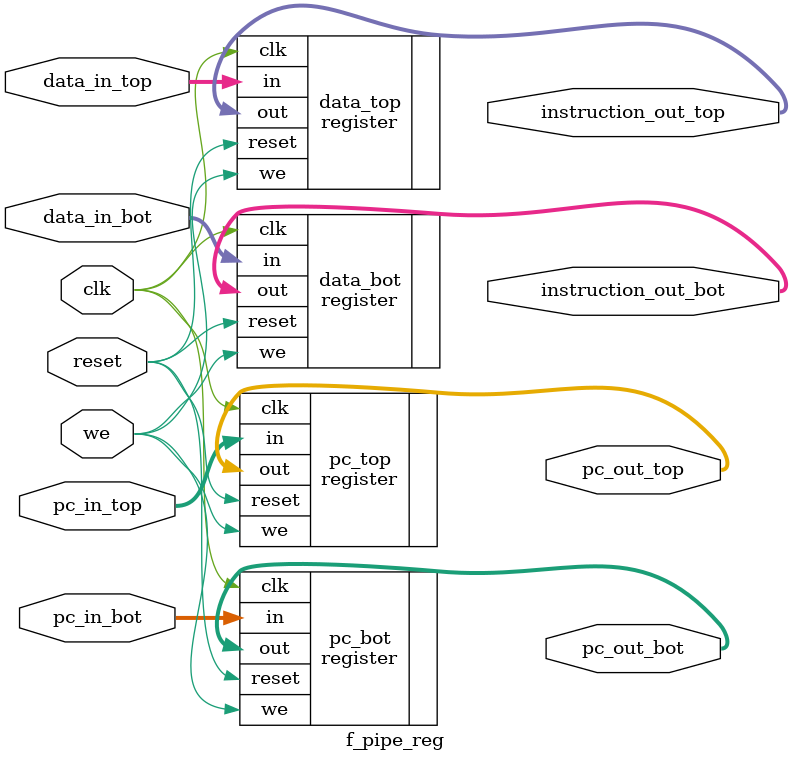
<source format=v>
module f_pipe_reg (data_in_top,data_in_bot, clk, pc_in_top,pc_in_bot, we ,reset,pc_out_top,pc_out_bot,instruction_out_top,instruction_out_bot);

input clk,we,reset;
input[31:0]data_in_top,data_in_bot, pc_in_top,pc_in_bot;
output[31:0]pc_out_top,pc_out_bot,instruction_out_top,instruction_out_bot;

register pc_top (.in(pc_in_top), .clk(clk),.we(we), .reset(reset),.out(pc_out_top));
register data_top (.in(data_in_top), .clk(clk),.we(we), .reset(reset),.out(instruction_out_top));

register pc_bot (.in(pc_in_bot), .clk(clk),.we(we), .reset(reset),.out(pc_out_bot));
register data_bot (.in(data_in_bot), .clk(clk),.we(we), .reset(reset),.out(instruction_out_bot));




endmodule
</source>
